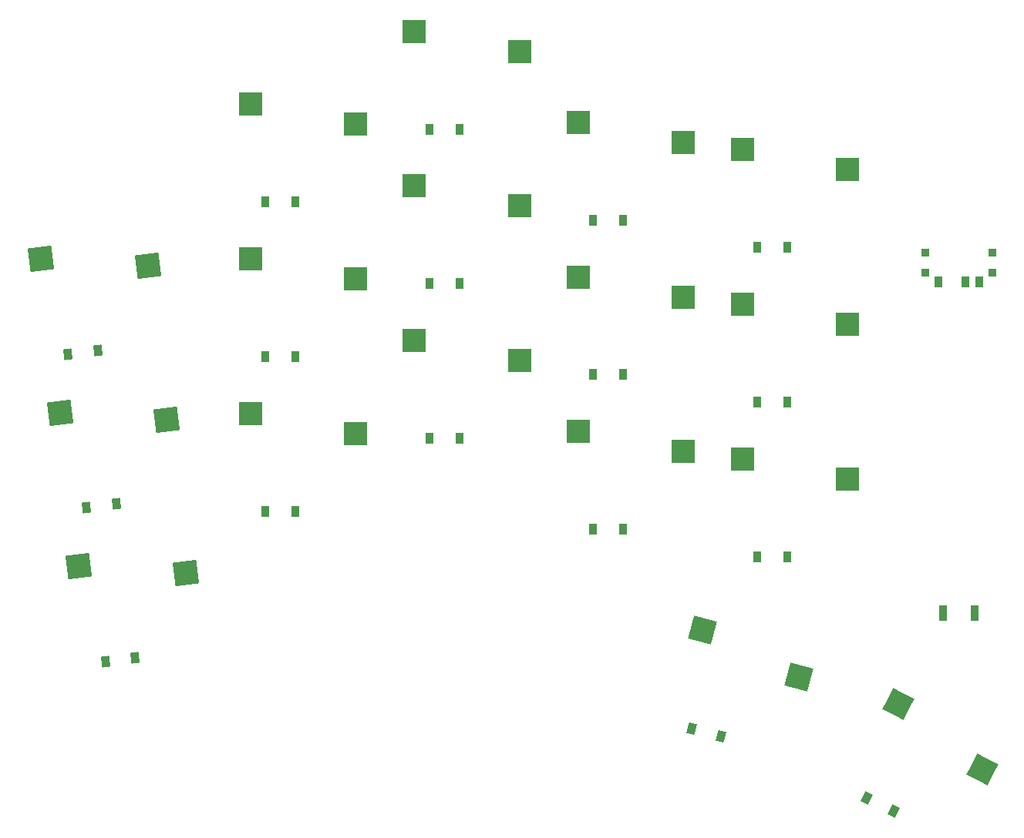
<source format=gbr>
%TF.GenerationSoftware,KiCad,Pcbnew,7.0.11*%
%TF.CreationDate,2024-03-07T19:05:48+13:00*%
%TF.ProjectId,socius-choc-v1,736f6369-7573-42d6-9368-6f632d76312e,v1.0.0*%
%TF.SameCoordinates,Original*%
%TF.FileFunction,Paste,Bot*%
%TF.FilePolarity,Positive*%
%FSLAX46Y46*%
G04 Gerber Fmt 4.6, Leading zero omitted, Abs format (unit mm)*
G04 Created by KiCad (PCBNEW 7.0.11) date 2024-03-07 19:05:48*
%MOMM*%
%LPD*%
G01*
G04 APERTURE LIST*
G04 Aperture macros list*
%AMRotRect*
0 Rectangle, with rotation*
0 The origin of the aperture is its center*
0 $1 length*
0 $2 width*
0 $3 Rotation angle, in degrees counterclockwise*
0 Add horizontal line*
21,1,$1,$2,0,0,$3*%
G04 Aperture macros list end*
%ADD10R,2.600000X2.600000*%
%ADD11R,0.900000X1.700000*%
%ADD12RotRect,2.600000X2.600000X333.000000*%
%ADD13RotRect,2.600000X2.600000X345.000000*%
%ADD14R,0.900000X1.200000*%
%ADD15RotRect,0.900000X1.200000X345.000000*%
%ADD16R,0.900000X0.900000*%
%ADD17R,0.900000X1.250000*%
%ADD18RotRect,0.900000X1.200000X7.000000*%
%ADD19RotRect,2.600000X2.600000X7.000000*%
%ADD20RotRect,0.900000X1.200000X333.000000*%
G04 APERTURE END LIST*
D10*
%TO.C,S13*%
X228869752Y-142716967D03*
X240419752Y-144916967D03*
%TD*%
D11*
%TO.C,*%
X254344752Y-159666967D03*
X250944752Y-159666967D03*
%TD*%
D12*
%TO.C,S17*%
X245970659Y-169635377D03*
X255263005Y-176839182D03*
%TD*%
D10*
%TO.C,S10*%
X210869752Y-139716967D03*
X222419752Y-141916967D03*
%TD*%
D13*
%TO.C,S16*%
X224521318Y-161572076D03*
X235108360Y-166686473D03*
%TD*%
D14*
%TO.C,D13*%
X230494752Y-153466967D03*
X233794752Y-153466967D03*
%TD*%
D15*
%TO.C,D16*%
X223308643Y-172376360D03*
X226496199Y-173230462D03*
%TD*%
D10*
%TO.C,S7*%
X192869752Y-129716967D03*
X204419752Y-131916967D03*
%TD*%
D16*
%TO.C,T1*%
X248944752Y-120066967D03*
X248944752Y-122266967D03*
X256344752Y-120066967D03*
X256344752Y-122266967D03*
D17*
X250394752Y-123241967D03*
X253394752Y-123241967D03*
X254894752Y-123241967D03*
%TD*%
D10*
%TO.C,S6*%
X174869752Y-103716967D03*
X186419752Y-105916967D03*
%TD*%
D14*
%TO.C,D12*%
X212494752Y-116466967D03*
X215794752Y-116466967D03*
%TD*%
%TO.C,D11*%
X212494752Y-133466967D03*
X215794752Y-133466967D03*
%TD*%
D10*
%TO.C,S9*%
X192869752Y-95716967D03*
X204419752Y-97916967D03*
%TD*%
%TO.C,S11*%
X210869752Y-122716967D03*
X222419752Y-124916967D03*
%TD*%
D14*
%TO.C,D4*%
X176494752Y-148466967D03*
X179794752Y-148466967D03*
%TD*%
D10*
%TO.C,S15*%
X228869752Y-108716967D03*
X240419752Y-110916967D03*
%TD*%
D14*
%TO.C,D8*%
X194494752Y-123466967D03*
X197794752Y-123466967D03*
%TD*%
D10*
%TO.C,S4*%
X174869752Y-137716967D03*
X186419752Y-139916967D03*
%TD*%
D14*
%TO.C,D7*%
X194494752Y-140466967D03*
X197794752Y-140466967D03*
%TD*%
D18*
%TO.C,D3*%
X154803714Y-131218736D03*
X158079116Y-130816568D03*
%TD*%
%TO.C,D1*%
X158947272Y-164965306D03*
X162222674Y-164563138D03*
%TD*%
D10*
%TO.C,S5*%
X174869752Y-120716967D03*
X186419752Y-122916967D03*
%TD*%
D19*
%TO.C,S1*%
X156024289Y-154493472D03*
X167756309Y-155269483D03*
%TD*%
D10*
%TO.C,S12*%
X210869752Y-105716967D03*
X222419752Y-107916967D03*
%TD*%
D14*
%TO.C,D6*%
X176494752Y-114466967D03*
X179794752Y-114466967D03*
%TD*%
%TO.C,D14*%
X230494752Y-136466967D03*
X233794752Y-136466967D03*
%TD*%
D19*
%TO.C,S3*%
X151880731Y-120746903D03*
X163612751Y-121522914D03*
%TD*%
D18*
%TO.C,D2*%
X156875493Y-148092021D03*
X160150895Y-147689853D03*
%TD*%
D14*
%TO.C,D9*%
X194494752Y-106466967D03*
X197794752Y-106466967D03*
%TD*%
D20*
%TO.C,D17*%
X242538147Y-179951432D03*
X245478469Y-181449600D03*
%TD*%
D14*
%TO.C,D5*%
X176494752Y-131466967D03*
X179794752Y-131466967D03*
%TD*%
%TO.C,D15*%
X230494752Y-119466967D03*
X233794752Y-119466967D03*
%TD*%
D19*
%TO.C,S2*%
X153952510Y-137620187D03*
X165684530Y-138396198D03*
%TD*%
D14*
%TO.C,D10*%
X212494752Y-150466967D03*
X215794752Y-150466967D03*
%TD*%
D10*
%TO.C,S14*%
X228869752Y-125716967D03*
X240419752Y-127916967D03*
%TD*%
%TO.C,S8*%
X192869752Y-112716967D03*
X204419752Y-114916967D03*
%TD*%
M02*

</source>
